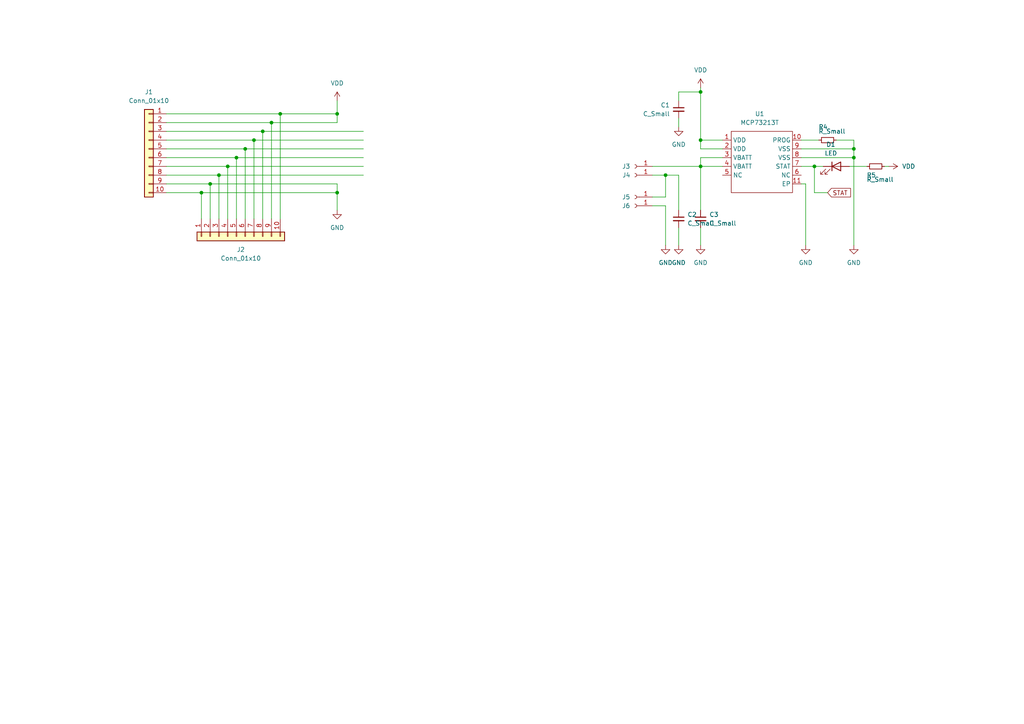
<source format=kicad_sch>
(kicad_sch (version 20211123) (generator eeschema)
  (paper "A4")
  (lib_symbols
    (symbol "Connector:Conn_01x01_Female" (pin_names (offset 1.016) hide)
      (property "Reference" "J" (at 0 2.54 0))
      (property "Value" "Conn_01x01_Female" (at 0 -2.54 0))
      (symbol "Conn_01x01_Female_1_1"
        (polyline (pts (xy -1.27 0) (xy -0.508 0)) (stroke (width 0.1524)))
        (arc (start 0 0.508) (mid -0.508 0) (end 0 -0.508) (stroke (width 0.1524)))
        (pin passive line (at -5.08 0 0) (length 3.81) (name "Pin_1") (number "1"))
      )
    )
    (symbol "Connector_Generic:Conn_01x10" (pin_names (offset 1.016) hide)
      (property "Reference" "J" (at 0 12.7 0))
      (property "Value" "Conn_01x10" (at 0 -15.24 0))
      (symbol "Conn_01x10_1_1"
        (rectangle (start -1.27 -12.573) (end 0 -12.827) (stroke (width 0.1524)))
        (rectangle (start -1.27 -10.033) (end 0 -10.287) (stroke (width 0.1524)))
        (rectangle (start -1.27 -7.493) (end 0 -7.747) (stroke (width 0.1524)))
        (rectangle (start -1.27 -4.953) (end 0 -5.207) (stroke (width 0.1524)))
        (rectangle (start -1.27 -2.413) (end 0 -2.667) (stroke (width 0.1524)))
        (rectangle (start -1.27 0.127) (end 0 -0.127) (stroke (width 0.1524)))
        (rectangle (start -1.27 2.667) (end 0 2.413) (stroke (width 0.1524)))
        (rectangle (start -1.27 5.207) (end 0 4.953) (stroke (width 0.1524)))
        (rectangle (start -1.27 7.747) (end 0 7.493) (stroke (width 0.1524)))
        (rectangle (start -1.27 10.287) (end 0 10.033) (stroke (width 0.1524)))
        (rectangle (start -1.27 11.43) (end 1.27 -13.97) (stroke (width 0.254)) (fill (type background)))
        (pin passive line (at -5.08 10.16 0) (length 3.81) (name "Pin_1") (number "1"))
        (pin passive line (at -5.08 -12.7 0) (length 3.81) (name "Pin_10") (number "10"))
        (pin passive line (at -5.08 7.62 0) (length 3.81) (name "Pin_2") (number "2"))
        (pin passive line (at -5.08 5.08 0) (length 3.81) (name "Pin_3") (number "3"))
        (pin passive line (at -5.08 2.54 0) (length 3.81) (name "Pin_4") (number "4"))
        (pin passive line (at -5.08 0 0) (length 3.81) (name "Pin_5") (number "5"))
        (pin passive line (at -5.08 -2.54 0) (length 3.81) (name "Pin_6") (number "6"))
        (pin passive line (at -5.08 -5.08 0) (length 3.81) (name "Pin_7") (number "7"))
        (pin passive line (at -5.08 -7.62 0) (length 3.81) (name "Pin_8") (number "8"))
        (pin passive line (at -5.08 -10.16 0) (length 3.81) (name "Pin_9") (number "9"))
      )
    )
    (symbol "Device:C_Small" (pin_numbers hide) (pin_names (offset 0.254) hide)
      (property "Reference" "C" (at 0.254 1.778 0))
      (property "Value" "C_Small" (at 0.254 -2.032 0))
      (symbol "C_Small_0_1"
        (polyline (pts (xy -1.524 -0.508) (xy 1.524 -0.508)) (stroke (width 0.3302)))
        (polyline (pts (xy -1.524 0.508) (xy 1.524 0.508)) (stroke (width 0.3048)))
      )
      (symbol "C_Small_1_1"
        (pin passive line (at 0 2.54 270) (length 2.032) (name "~") (number "1"))
        (pin passive line (at 0 -2.54 90) (length 2.032) (name "~") (number "2"))
      )
    )
    (symbol "Device:LED" (pin_numbers hide) (pin_names (offset 1.016) hide)
      (property "Reference" "D" (at 0 2.54 0))
      (property "Value" "LED" (at 0 -2.54 0))
      (symbol "LED_0_1"
        (polyline (pts (xy -1.27 -1.27) (xy -1.27 1.27)) (stroke (width 0.254)))
        (polyline (pts (xy -1.27 0) (xy 1.27 0)))
        (polyline (pts (xy 1.27 -1.27) (xy 1.27 1.27) (xy -1.27 0) (xy 1.27 -1.27)) (stroke (width 0.254)))
        (polyline (pts (xy -3.048 -0.762) (xy -4.572 -2.286) (xy -3.81 -2.286) (xy -4.572 -2.286) (xy -4.572 -1.524)))
        (polyline (pts (xy -1.778 -0.762) (xy -3.302 -2.286) (xy -2.54 -2.286) (xy -3.302 -2.286) (xy -3.302 -1.524)))
      )
      (symbol "LED_1_1"
        (pin passive line (at -3.81 0 0) (length 2.54) (name "K") (number "1"))
        (pin passive line (at 3.81 0 180) (length 2.54) (name "A") (number "2"))
      )
    )
    (symbol "Device:R_Small" (pin_numbers hide) (pin_names (offset 0.254) hide)
      (property "Reference" "R" (at 0.762 0.508 0))
      (property "Value" "R_Small" (at 0.762 -1.016 0))
      (symbol "R_Small_0_1"
        (rectangle (start -0.762 1.778) (end 0.762 -1.778) (stroke (width 0.2032)))
      )
      (symbol "R_Small_1_1"
        (pin passive line (at 0 2.54 270) (length 0.762) (name "~") (number "1"))
        (pin passive line (at 0 -2.54 90) (length 0.762) (name "~") (number "2"))
      )
    )
    (symbol "MCP73213T_LIB:MCP73213T"
      (property "Reference" "U" (at 11.43 -16.51 0))
      (property "Value" "MCP73213T" (at 11.43 3.81 0))
      (symbol "MCP73213T_0_1"
        (rectangle (start 2.54 2.54) (end 20.32 -15.24) (stroke (width 0.1524)))
      )
      (symbol "MCP73213T_1_1"
        (pin input line (at 0 0 0) (length 2.54) (name "VDD") (number "1"))
        (pin input line (at 22.86 0 180) (length 2.54) (name "PROG") (number "10"))
        (pin input line (at 22.86 -12.7 180) (length 2.54) (name "EP") (number "11"))
        (pin input line (at 0 -2.54 0) (length 2.54) (name "VDD") (number "2"))
        (pin input line (at 0 -5.08 0) (length 2.54) (name "VBATT") (number "3"))
        (pin input line (at 0 -7.62 0) (length 2.54) (name "VBATT") (number "4"))
        (pin input line (at 0 -10.16 0) (length 2.54) (name "NC") (number "5"))
        (pin input line (at 22.86 -10.16 180) (length 2.54) (name "NC") (number "6"))
        (pin input line (at 22.86 -7.62 180) (length 2.54) (name "STAT") (number "7"))
        (pin input line (at 22.86 -5.08 180) (length 2.54) (name "VSS") (number "8"))
        (pin input line (at 22.86 -2.54 180) (length 2.54) (name "VSS") (number "9"))
      )
    )
    (symbol "power:GND" (power) (pin_names (offset 0))
      (property "Value" "GND" (at 0 -3.81 0))
      (symbol "GND_0_1"
        (polyline (pts (xy 0 0) (xy 0 -1.27) (xy 1.27 -1.27) (xy 0 -2.54) (xy -1.27 -1.27) (xy 0 -1.27)))
      )
      (symbol "GND_1_1"
        (pin power_in line (at 0 0 270) (length 0) hide (name "GND") (number "1"))
      )
    )
    (symbol "power:VDD" (power) (pin_names (offset 0))
      (property "Value" "VDD" (at 0 3.81 0))
      (symbol "VDD_0_1"
        (polyline (pts (xy -0.762 1.27) (xy 0 2.54)))
        (polyline (pts (xy 0 0) (xy 0 2.54)))
        (polyline (pts (xy 0 2.54) (xy 0.762 1.27)))
      )
      (symbol "VDD_1_1"
        (pin power_in line (at 0 0 90) (length 0) hide (name "VDD") (number "1"))
      )
    )
  )
  (junction (at 193.04 50.8))
  (junction (at 71.12 43.18))
  (junction (at 97.79 55.88))
  (junction (at 81.28 33.02))
  (junction (at 78.74 35.56))
  (junction (at 76.2 38.1))
  (junction (at 68.58 45.72))
  (junction (at 97.79 33.02))
  (junction (at 247.65 43.18))
  (junction (at 236.22 48.26))
  (junction (at 203.2 48.26))
  (junction (at 203.2 26.67))
  (junction (at 60.96 53.34))
  (junction (at 58.42 55.88))
  (junction (at 247.65 45.72))
  (junction (at 203.2 40.64))
  (junction (at 66.04 48.26))
  (junction (at 63.5 50.8))
  (junction (at 73.66 40.64))
  (wire (pts (xy 71.12 43.18) (xy 105.41 43.18)))
  (wire (pts (xy 232.41 48.26) (xy 236.22 48.26)))
  (wire (pts (xy 68.58 45.72) (xy 105.41 45.72)))
  (wire (pts (xy 247.65 40.64) (xy 247.65 43.18)))
  (wire (pts (xy 203.2 25.4) (xy 203.2 26.67)))
  (wire (pts (xy 196.85 34.29) (xy 196.85 36.83)))
  (wire (pts (xy 203.2 66.04) (xy 203.2 71.12)))
  (wire (pts (xy 189.23 48.26) (xy 203.2 48.26)))
  (wire (pts (xy 203.2 40.64) (xy 203.2 43.18)))
  (wire (pts (xy 66.04 48.26) (xy 105.41 48.26)))
  (wire (pts (xy 256.54 48.26) (xy 257.81 48.26)))
  (wire (pts (xy 236.22 55.88) (xy 240.03 55.88)))
  (wire (pts (xy 203.2 48.26) (xy 203.2 60.96)))
  (wire (pts (xy 63.5 50.8) (xy 105.41 50.8)))
  (wire (pts (xy 189.23 50.8) (xy 193.04 50.8)))
  (wire (pts (xy 232.41 45.72) (xy 247.65 45.72)))
  (wire (pts (xy 81.28 33.02) (xy 81.28 63.5)))
  (wire (pts (xy 196.85 66.04) (xy 196.85 71.12)))
  (wire (pts (xy 203.2 48.26) (xy 209.55 48.26)))
  (wire (pts (xy 236.22 48.26) (xy 238.76 48.26)))
  (wire (pts (xy 97.79 53.34) (xy 97.79 55.88)))
  (wire (pts (xy 78.74 35.56) (xy 97.79 35.56)))
  (wire (pts (xy 48.26 43.18) (xy 71.12 43.18)))
  (wire (pts (xy 97.79 55.88) (xy 97.79 60.96)))
  (wire (pts (xy 76.2 38.1) (xy 76.2 63.5)))
  (wire (pts (xy 196.85 26.67) (xy 196.85 29.21)))
  (wire (pts (xy 97.79 33.02) (xy 97.79 29.21)))
  (wire (pts (xy 203.2 45.72) (xy 209.55 45.72)))
  (wire (pts (xy 247.65 43.18) (xy 247.65 45.72)))
  (wire (pts (xy 63.5 50.8) (xy 63.5 63.5)))
  (wire (pts (xy 71.12 43.18) (xy 71.12 63.5)))
  (wire (pts (xy 246.38 48.26) (xy 251.46 48.26)))
  (wire (pts (xy 81.28 33.02) (xy 97.79 33.02)))
  (wire (pts (xy 203.2 26.67) (xy 196.85 26.67)))
  (wire (pts (xy 193.04 50.8) (xy 196.85 50.8)))
  (wire (pts (xy 189.23 59.69) (xy 193.04 59.69)))
  (wire (pts (xy 236.22 48.26) (xy 236.22 55.88)))
  (wire (pts (xy 60.96 53.34) (xy 60.96 63.5)))
  (wire (pts (xy 203.2 45.72) (xy 203.2 48.26)))
  (wire (pts (xy 73.66 40.64) (xy 105.41 40.64)))
  (wire (pts (xy 58.42 55.88) (xy 58.42 63.5)))
  (wire (pts (xy 232.41 40.64) (xy 237.49 40.64)))
  (wire (pts (xy 97.79 35.56) (xy 97.79 33.02)))
  (wire (pts (xy 48.26 40.64) (xy 73.66 40.64)))
  (wire (pts (xy 48.26 48.26) (xy 66.04 48.26)))
  (wire (pts (xy 73.66 40.64) (xy 73.66 63.5)))
  (wire (pts (xy 203.2 43.18) (xy 209.55 43.18)))
  (wire (pts (xy 48.26 33.02) (xy 81.28 33.02)))
  (wire (pts (xy 58.42 55.88) (xy 97.79 55.88)))
  (wire (pts (xy 68.58 45.72) (xy 68.58 63.5)))
  (wire (pts (xy 232.41 53.34) (xy 233.68 53.34)))
  (wire (pts (xy 48.26 50.8) (xy 63.5 50.8)))
  (wire (pts (xy 48.26 38.1) (xy 76.2 38.1)))
  (wire (pts (xy 203.2 26.67) (xy 203.2 40.64)))
  (wire (pts (xy 48.26 55.88) (xy 58.42 55.88)))
  (wire (pts (xy 196.85 50.8) (xy 196.85 60.96)))
  (wire (pts (xy 193.04 59.69) (xy 193.04 71.12)))
  (wire (pts (xy 48.26 53.34) (xy 60.96 53.34)))
  (wire (pts (xy 232.41 43.18) (xy 247.65 43.18)))
  (wire (pts (xy 242.57 40.64) (xy 247.65 40.64)))
  (wire (pts (xy 48.26 45.72) (xy 68.58 45.72)))
  (wire (pts (xy 66.04 48.26) (xy 66.04 63.5)))
  (wire (pts (xy 60.96 53.34) (xy 97.79 53.34)))
  (wire (pts (xy 193.04 50.8) (xy 193.04 57.15)))
  (wire (pts (xy 203.2 40.64) (xy 209.55 40.64)))
  (wire (pts (xy 48.26 35.56) (xy 78.74 35.56)))
  (wire (pts (xy 76.2 38.1) (xy 105.41 38.1)))
  (wire (pts (xy 233.68 53.34) (xy 233.68 71.12)))
  (wire (pts (xy 193.04 57.15) (xy 189.23 57.15)))
  (wire (pts (xy 78.74 35.56) (xy 78.74 63.5)))
  (wire (pts (xy 247.65 45.72) (xy 247.65 71.12)))
  (global_label "STAT" (shape input) (at 240.03 55.88 0) (property "Intersheet References" "${INTERSHEET_REFS}" (effects hide)))
  (symbol (lib_id "Connector_Generic:Conn_01x10") (at 68.58 68.58 90) (mirror x) (unit 1)
    (property "Reference" "J2" (at 69.85 72.39 90))
    (property "Value" "Conn_01x10" (at 69.85 74.93 90))
    (property "Footprint" "Connector_FFC-FPC:Hirose_FH12-10S-0.5SH_1x10-1MP_P0.50mm_Horizontal" (effects hide))
  )
  (symbol (lib_id "Connector_Generic:Conn_01x10") (at 43.18 43.18 0) (mirror y) (unit 1)
    (property "Reference" "J1" (at 43.18 26.67 0))
    (property "Value" "Conn_01x10" (at 43.18 29.21 0))
    (property "Footprint" "Connector_FFC-FPC:Hirose_FH12-10S-0.5SH_1x10-1MP_P0.50mm_Horizontal" (effects hide))
  )
  (symbol (lib_id "Device:R_Small") (at 254 48.26 90) (unit 1)
    (property "Reference" "R5" (at 252.73 50.8 90))
    (property "Value" "R_Small" (at 255.27 52.07 90))
    (property "Footprint" "Resistor_SMD:R_0603_1608Metric" (effects hide))
  )
  (symbol (lib_id "power:VDD") (at 203.2 25.4 0) (unit 1)
    (property "Reference" "#PWR04" (effects hide))
    (property "Value" "VDD" (at 203.2 20.32 0))
  )
  (symbol (lib_id "power:GND") (at 233.68 71.12 0) (unit 1)
    (property "Reference" "#PWR08" (effects hide))
    (property "Value" "GND" (at 233.68 76.2 0))
  )
  (symbol (lib_id "Connector:Conn_01x01_Female") (at 184.15 50.8 180) (unit 1)
    (property "Reference" "J4" (at 182.88 50.8 0) (effects (justify left)))
    (property "Value" "Conn_01x01_Female" (effects hide))
    (property "Footprint" "Connector_PinHeader_1.00mm:PinHeader_1x01_P1.00mm_Vertical" (effects hide))
  )
  (symbol (lib_id "Device:C_Small") (at 196.85 63.5 0) (mirror y) (unit 1)
    (property "Reference" "C2" (at 199.39 62.2362 0) (effects (justify right)))
    (property "Value" "C_Small" (at 199.39 64.7762 0) (effects (justify right)))
    (property "Footprint" "Capacitor_SMD:C_0805_2012Metric_Pad1.18x1.45mm_HandSolder" (effects hide))
  )
  (symbol (lib_id "power:GND") (at 193.04 71.12 0) (unit 1)
    (property "Reference" "#PWR01" (effects hide))
    (property "Value" "GND" (at 193.04 76.2 0))
  )
  (symbol (lib_id "power:GND") (at 196.85 71.12 0) (unit 1)
    (property "Reference" "#PWR03" (effects hide))
    (property "Value" "GND" (at 196.85 76.2 0))
  )
  (symbol (lib_id "Device:C_Small") (at 203.2 63.5 0) (unit 1)
    (property "Reference" "C3" (at 205.74 62.2362 0) (effects (justify left)))
    (property "Value" "C_Small" (at 205.74 64.7762 0) (effects (justify left)))
    (property "Footprint" "Capacitor_SMD:C_0805_2012Metric_Pad1.18x1.45mm_HandSolder" (effects hide))
  )
  (symbol (lib_id "Connector:Conn_01x01_Female") (at 184.15 48.26 180) (unit 1)
    (property "Reference" "J3" (at 181.61 48.26 0))
    (property "Value" "Conn_01x01_Female" (effects hide))
    (property "Footprint" "Connector_PinHeader_1.00mm:PinHeader_1x01_P1.00mm_Vertical" (effects hide))
  )
  (symbol (lib_id "power:GND") (at 97.79 60.96 0) (unit 1)
    (property "Reference" "#PWR07" (effects hide))
    (property "Value" "GND" (at 97.79 66.04 0))
  )
  (symbol (lib_id "Device:R_Small") (at 240.03 40.64 90) (unit 1)
    (property "Reference" "R4" (at 238.76 36.83 90))
    (property "Value" "R_Small" (at 241.3 38.1 90))
    (property "Footprint" "Resistor_SMD:R_0603_1608Metric" (effects hide))
  )
  (symbol (lib_id "power:VDD") (at 257.81 48.26 270) (unit 1)
    (property "Reference" "#PWR010" (effects hide))
    (property "Value" "VDD" (at 261.62 48.2599 90) (effects (justify left)))
  )
  (symbol (lib_id "power:GND") (at 196.85 36.83 0) (unit 1)
    (property "Reference" "#PWR02" (effects hide))
    (property "Value" "GND" (at 196.85 41.91 0))
  )
  (symbol (lib_id "Device:C_Small") (at 196.85 31.75 0) (unit 1)
    (property "Reference" "C1" (at 194.31 30.4862 0) (effects (justify right)))
    (property "Value" "C_Small" (at 194.31 33.0262 0) (effects (justify right)))
    (property "Footprint" "Capacitor_SMD:C_0805_2012Metric_Pad1.18x1.45mm_HandSolder" (effects hide))
  )
  (symbol (lib_id "power:GND") (at 247.65 71.12 0) (unit 1)
    (property "Reference" "#PWR09" (effects hide))
    (property "Value" "GND" (at 247.65 76.2 0))
  )
  (symbol (lib_id "MCP73213T_LIB:MCP73213T") (at 209.55 40.64 0) (unit 1)
    (property "Reference" "U1" (at 220.345 33.02 0))
    (property "Value" "MCP73213T" (at 220.345 35.56 0))
    (property "Footprint" "Package_DFN_QFN:DFN-10-1EP_3x3mm_P0.5mm_EP1.55x2.48mm" (effects hide))
  )
  (symbol (lib_id "power:GND") (at 203.2 71.12 0) (unit 1)
    (property "Reference" "#PWR05" (effects hide))
    (property "Value" "GND" (at 203.2 76.2 0))
  )
  (symbol (lib_id "Connector:Conn_01x01_Female") (at 184.15 59.69 180) (unit 1)
    (property "Reference" "J6" (at 181.61 59.69 0))
    (property "Value" "Conn_01x01_Female" (effects hide))
    (property "Footprint" "Connector_PinHeader_1.00mm:PinHeader_1x01_P1.00mm_Vertical" (effects hide))
  )
  (symbol (lib_id "Device:LED") (at 242.57 48.26 0) (unit 1)
    (property "Reference" "D1" (at 240.9825 41.91 0))
    (property "Value" "LED" (at 240.9825 44.45 0))
    (property "Footprint" "LED_SMD:LED_0603_1608Metric" (effects hide))
  )
  (symbol (lib_id "power:VDD") (at 97.79 29.21 0) (unit 1)
    (property "Reference" "#PWR06" (effects hide))
    (property "Value" "VDD" (at 97.79 24.13 0))
  )
  (symbol (lib_id "Connector:Conn_01x01_Female") (at 184.15 57.15 180) (unit 1)
    (property "Reference" "J5" (at 181.61 57.15 0))
    (property "Value" "Conn_01x01_Female" (effects hide))
    (property "Footprint" "Connector_PinHeader_1.00mm:PinHeader_1x01_P1.00mm_Vertical" (effects hide))
  )
)
</source>
